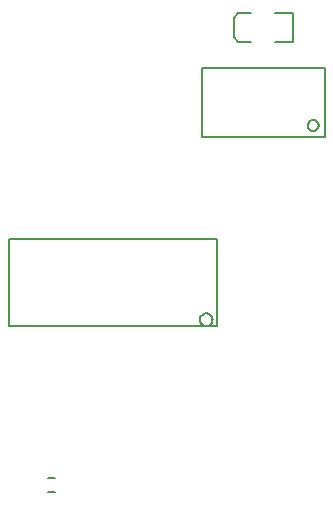
<source format=gbo>
G75*
G70*
%OFA0B0*%
%FSLAX24Y24*%
%IPPOS*%
%LPD*%
%AMOC8*
5,1,8,0,0,1.08239X$1,22.5*
%
%ADD10C,0.0060*%
%ADD11C,0.0080*%
D10*
X003999Y003642D02*
X004235Y003642D01*
X004235Y004115D02*
X003999Y004115D01*
X002687Y009167D02*
X002687Y012090D01*
X009637Y012090D01*
X009637Y009167D01*
X002687Y009167D01*
X009120Y015477D02*
X013214Y015477D01*
X013214Y017780D01*
X009120Y017780D01*
X009120Y015477D01*
X009057Y009389D02*
X009059Y009418D01*
X009065Y009446D01*
X009074Y009473D01*
X009088Y009498D01*
X009104Y009522D01*
X009124Y009542D01*
X009146Y009561D01*
X009170Y009575D01*
X009197Y009587D01*
X009224Y009595D01*
X009253Y009599D01*
X009281Y009599D01*
X009310Y009595D01*
X009337Y009587D01*
X009364Y009575D01*
X009388Y009561D01*
X009410Y009542D01*
X009430Y009522D01*
X009446Y009498D01*
X009460Y009473D01*
X009469Y009446D01*
X009475Y009418D01*
X009477Y009389D01*
X009475Y009360D01*
X009469Y009332D01*
X009460Y009305D01*
X009446Y009280D01*
X009430Y009256D01*
X009410Y009236D01*
X009388Y009217D01*
X009364Y009203D01*
X009337Y009191D01*
X009310Y009183D01*
X009281Y009179D01*
X009253Y009179D01*
X009224Y009183D01*
X009197Y009191D01*
X009170Y009203D01*
X009146Y009217D01*
X009124Y009236D01*
X009104Y009256D01*
X009088Y009280D01*
X009074Y009305D01*
X009065Y009332D01*
X009059Y009360D01*
X009057Y009389D01*
X012650Y015861D02*
X012652Y015887D01*
X012658Y015913D01*
X012667Y015938D01*
X012680Y015961D01*
X012696Y015982D01*
X012715Y016000D01*
X012737Y016016D01*
X012760Y016028D01*
X012785Y016036D01*
X012811Y016041D01*
X012838Y016042D01*
X012864Y016039D01*
X012889Y016032D01*
X012914Y016022D01*
X012936Y016008D01*
X012957Y015991D01*
X012974Y015972D01*
X012989Y015950D01*
X013000Y015926D01*
X013008Y015900D01*
X013012Y015874D01*
X013012Y015848D01*
X013008Y015822D01*
X013000Y015796D01*
X012989Y015772D01*
X012974Y015750D01*
X012957Y015731D01*
X012936Y015714D01*
X012914Y015700D01*
X012889Y015690D01*
X012864Y015683D01*
X012838Y015680D01*
X012811Y015681D01*
X012785Y015686D01*
X012760Y015694D01*
X012737Y015706D01*
X012715Y015722D01*
X012696Y015740D01*
X012680Y015761D01*
X012667Y015784D01*
X012658Y015809D01*
X012652Y015835D01*
X012650Y015861D01*
D11*
X012151Y018656D02*
X011561Y018656D01*
X011561Y019601D02*
X012151Y019601D01*
X012151Y018656D01*
X010774Y018656D02*
X010340Y018656D01*
X010183Y018814D01*
X010183Y019443D01*
X010340Y019601D01*
X010774Y019601D01*
M02*

</source>
